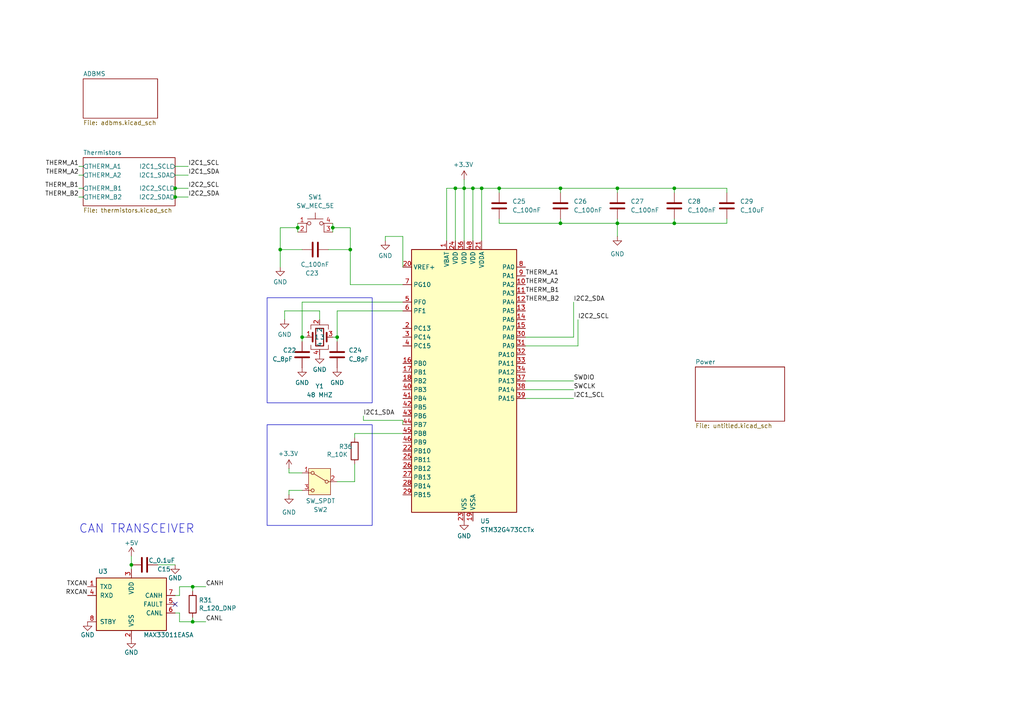
<source format=kicad_sch>
(kicad_sch (version 20250114) (generator "eeschema") (generator_version "9.0")
  (paper "A4")
  (lib_symbols
    (symbol "GND_1" (power) (pin_numbers (hide yes)) (pin_names (offset 0) (hide yes))
      (property "Value" "GND" (at 0 -3.81 0))
      (symbol "GND_1_0_1"
        (polyline (pts (xy 0 0) (xy 0 -1.27) (xy 1.27 -1.27) (xy 0 -2.54) (xy -1.27 -1.27) (xy 0 -1.27)))
      )
      (symbol "GND_1_1_1"
        (pin power_in line (at 0 0 270) (length 0) (name "~") (number "1"))
      )
    )
    (symbol "GND_2" (power) (pin_numbers (hide yes)) (pin_names (offset 0) (hide yes))
      (property "Value" "GND" (at 0 -3.81 0))
      (symbol "GND_2_0_1"
        (polyline (pts (xy 0 0) (xy 0 -1.27) (xy 1.27 -1.27) (xy 0 -2.54) (xy -1.27 -1.27) (xy 0 -1.27)))
      )
      (symbol "GND_2_1_1"
        (pin power_in line (at 0 0 270) (length 0) (name "~") (number "1"))
      )
    )
    (symbol "GND_3" (power) (pin_numbers (hide yes)) (pin_names (offset 0) (hide yes))
      (property "Value" "GND" (at 0 -3.81 0))
      (symbol "GND_3_0_1"
        (polyline (pts (xy 0 0) (xy 0 -1.27) (xy 1.27 -1.27) (xy 0 -2.54) (xy -1.27 -1.27) (xy 0 -1.27)))
      )
      (symbol "GND_3_1_1"
        (pin power_in line (at 0 0 270) (length 0) (name "~") (number "1"))
      )
    )
    (symbol "GND_4" (power) (pin_numbers (hide yes)) (pin_names (offset 0) (hide yes))
      (property "Value" "GND" (at 0 -3.81 0))
      (symbol "GND_4_0_1"
        (polyline (pts (xy 0 0) (xy 0 -1.27) (xy 1.27 -1.27) (xy 0 -2.54) (xy -1.27 -1.27) (xy 0 -1.27)))
      )
      (symbol "GND_4_1_1"
        (pin power_in line (at 0 0 270) (length 0) (name "~") (number "1"))
      )
    )
    (symbol "GND_5" (power) (pin_numbers (hide yes)) (pin_names (offset 0) (hide yes))
      (property "Value" "GND" (at 0 -3.81 0))
      (symbol "GND_5_0_1"
        (polyline (pts (xy 0 0) (xy 0 -1.27) (xy 1.27 -1.27) (xy 0 -2.54) (xy -1.27 -1.27) (xy 0 -1.27)))
      )
      (symbol "GND_5_1_1"
        (pin power_in line (at 0 0 270) (length 0) (name "~") (number "1"))
      )
    )
    (symbol "GND_6" (power) (pin_numbers (hide yes)) (pin_names (offset 0) (hide yes))
      (property "Value" "GND" (at 0 -3.81 0))
      (symbol "GND_6_0_1"
        (polyline (pts (xy 0 0) (xy 0 -1.27) (xy 1.27 -1.27) (xy 0 -2.54) (xy -1.27 -1.27) (xy 0 -1.27)))
      )
      (symbol "GND_6_1_1"
        (pin power_in line (at 0 0 270) (length 0) (name "~") (number "1"))
      )
    )
    (symbol "GND_7" (power) (pin_numbers (hide yes)) (pin_names (offset 0) (hide yes))
      (property "Value" "GND" (at 0 -3.81 0))
      (symbol "GND_7_0_1"
        (polyline (pts (xy 0 0) (xy 0 -1.27) (xy 1.27 -1.27) (xy 0 -2.54) (xy -1.27 -1.27) (xy 0 -1.27)))
      )
      (symbol "GND_7_1_1"
        (pin power_in line (at 0 0 270) (length 0) (name "~") (number "1"))
      )
    )
    (symbol "GND_8" (power) (pin_numbers (hide yes)) (pin_names (offset 0) (hide yes))
      (property "Value" "GND" (at 0 -3.81 0))
      (symbol "GND_8_0_1"
        (polyline (pts (xy 0 0) (xy 0 -1.27) (xy 1.27 -1.27) (xy 0 -2.54) (xy -1.27 -1.27) (xy 0 -1.27)))
      )
      (symbol "GND_8_1_1"
        (pin power_in line (at 0 0 270) (length 0) (name "~") (number "1"))
      )
    )
    (symbol "GND_9" (power) (pin_numbers (hide yes)) (pin_names (offset 0) (hide yes))
      (property "Value" "GND" (at 0 -3.81 0))
      (symbol "GND_9_0_1"
        (polyline (pts (xy 0 0) (xy 0 -1.27) (xy 1.27 -1.27) (xy 0 -2.54) (xy -1.27 -1.27) (xy 0 -1.27)))
      )
      (symbol "GND_9_1_1"
        (pin power_in line (at 0 0 270) (length 0) (name "~") (number "1"))
      )
    )
    (symbol "MCU_ST_STM32G4:STM32G473CCTx"
      (property "Reference" "U" (at -15.24 39.37 0))
      (property "Value" "STM32G473CCTx" (at 7.62 39.37 0))
      (symbol "STM32G473CCTx_0_1"
        (rectangle (start -15.24 -38.1) (end 15.24 38.1) (stroke (width 0.254)) (fill (type background)))
      )
      (symbol "STM32G473CCTx_1_1"
        (pin input line (at -17.78 33.02 0) (length 2.54) (name "VREF+") (number "20"))
        (pin bidirectional line (at -17.78 27.94 0) (length 2.54) (name "PG10") (number "7"))
        (pin bidirectional line (at -17.78 22.86 0) (length 2.54) (name "PF0") (number "5"))
        (pin bidirectional line (at -17.78 20.32 0) (length 2.54) (name "PF1") (number "6"))
        (pin bidirectional line (at -17.78 15.24 0) (length 2.54) (name "PC13") (number "2"))
        (pin bidirectional line (at -17.78 12.7 0) (length 2.54) (name "PC14") (number "3"))
        (pin bidirectional line (at -17.78 10.16 0) (length 2.54) (name "PC15") (number "4"))
        (pin bidirectional line (at -17.78 5.08 0) (length 2.54) (name "PB0") (number "16"))
        (pin bidirectional line (at -17.78 2.54 0) (length 2.54) (name "PB1") (number "17"))
        (pin bidirectional line (at -17.78 0 0) (length 2.54) (name "PB2") (number "18"))
        (pin bidirectional line (at -17.78 -2.54 0) (length 2.54) (name "PB3") (number "40"))
        (pin bidirectional line (at -17.78 -5.08 0) (length 2.54) (name "PB4") (number "41"))
        (pin bidirectional line (at -17.78 -7.62 0) (length 2.54) (name "PB5") (number "42"))
        (pin bidirectional line (at -17.78 -10.16 0) (length 2.54) (name "PB6") (number "43"))
        (pin bidirectional line (at -17.78 -12.7 0) (length 2.54) (name "PB7") (number "44"))
        (pin bidirectional line (at -17.78 -15.24 0) (length 2.54) (name "PB8") (number "45"))
        (pin bidirectional line (at -17.78 -17.78 0) (length 2.54) (name "PB9") (number "46"))
        (pin bidirectional line (at -17.78 -20.32 0) (length 2.54) (name "PB10") (number "22"))
        (pin bidirectional line (at -17.78 -22.86 0) (length 2.54) (name "PB11") (number "25"))
        (pin bidirectional line (at -17.78 -25.4 0) (length 2.54) (name "PB12") (number "26"))
        (pin bidirectional line (at -17.78 -27.94 0) (length 2.54) (name "PB13") (number "27"))
        (pin bidirectional line (at -17.78 -30.48 0) (length 2.54) (name "PB14") (number "28"))
        (pin bidirectional line (at -17.78 -33.02 0) (length 2.54) (name "PB15") (number "29"))
        (pin power_in line (at -5.08 40.64 270) (length 2.54) (name "VBAT") (number "1"))
        (pin power_in line (at -2.54 40.64 270) (length 2.54) (name "VDD") (number "24"))
        (pin power_in line (at 0 40.64 270) (length 2.54) (name "VDD") (number "36"))
        (pin power_in line (at 0 -40.64 90) (length 2.54) (name "VSS") (number "23"))
        (pin passive line (at 0 -40.64 90) (length 2.54) (hide yes) (name "VSS") (number "35"))
        (pin passive line (at 0 -40.64 90) (length 2.54) (hide yes) (name "VSS") (number "47"))
        (pin power_in line (at 2.54 40.64 270) (length 2.54) (name "VDD") (number "48"))
        (pin power_in line (at 2.54 -40.64 90) (length 2.54) (name "VSSA") (number "19"))
        (pin power_in line (at 5.08 40.64 270) (length 2.54) (name "VDDA") (number "21"))
        (pin bidirectional line (at 17.78 33.02 180) (length 2.54) (name "PA0") (number "8"))
        (pin bidirectional line (at 17.78 30.48 180) (length 2.54) (name "PA1") (number "9"))
        (pin bidirectional line (at 17.78 27.94 180) (length 2.54) (name "PA2") (number "10"))
        (pin bidirectional line (at 17.78 25.4 180) (length 2.54) (name "PA3") (number "11"))
        (pin bidirectional line (at 17.78 22.86 180) (length 2.54) (name "PA4") (number "12"))
        (pin bidirectional line (at 17.78 20.32 180) (length 2.54) (name "PA5") (number "13"))
        (pin bidirectional line (at 17.78 17.78 180) (length 2.54) (name "PA6") (number "14"))
        (pin bidirectional line (at 17.78 15.24 180) (length 2.54) (name "PA7") (number "15"))
        (pin bidirectional line (at 17.78 12.7 180) (length 2.54) (name "PA8") (number "30"))
        (pin bidirectional line (at 17.78 10.16 180) (length 2.54) (name "PA9") (number "31"))
        (pin bidirectional line (at 17.78 7.62 180) (length 2.54) (name "PA10") (number "32"))
        (pin bidirectional line (at 17.78 5.08 180) (length 2.54) (name "PA11") (number "33"))
        (pin bidirectional line (at 17.78 2.54 180) (length 2.54) (name "PA12") (number "34"))
        (pin bidirectional line (at 17.78 0 180) (length 2.54) (name "PA13") (number "37"))
        (pin bidirectional line (at 17.78 -2.54 180) (length 2.54) (name "PA14") (number "38"))
        (pin bidirectional line (at 17.78 -5.08 180) (length 2.54) (name "PA15") (number "39"))
      )
    )
    (symbol "OEM:0u1F" (pin_numbers (hide yes)) (pin_names (offset 0.254))
      (property "Reference" "C" (at 0.635 2.54 0))
      (property "Value" "0u1F" (at 0.635 -2.54 0))
      (symbol "0u1F_0_1"
        (polyline (pts (xy -2.032 0.762) (xy 2.032 0.762)) (stroke (width 0.508)))
        (polyline (pts (xy -2.032 -0.762) (xy 2.032 -0.762)) (stroke (width 0.508)))
      )
      (symbol "0u1F_1_1"
        (pin passive line (at 0 3.81 270) (length 2.794) (name "~") (number "1"))
        (pin passive line (at 0 -3.81 90) (length 2.794) (name "~") (number "2"))
      )
    )
    (symbol "OEM:120R_DNP" (pin_numbers (hide yes)) (pin_names (offset 0))
      (property "Reference" "R" (at 2.032 0 90))
      (property "Value" "120R_DNP" (at 0 0 90))
      (symbol "120R_DNP_0_1"
        (rectangle (start -1.016 -2.54) (end 1.016 2.54) (stroke (width 0.254)))
      )
      (symbol "120R_DNP_1_1"
        (pin passive line (at 0 3.81 270) (length 1.27) (name "~") (number "1"))
        (pin passive line (at 0 -3.81 90) (length 1.27) (name "~") (number "2"))
      )
    )
    (symbol "OEM:MAX33011EASA" (pin_names (offset 1.016))
      (property "Reference" "U" (at -10.16 8.89 0))
      (property "Value" "MAX33011EASA" (at 2.54 8.89 0))
      (symbol "MAX33011EASA_0_1"
        (rectangle (start -10.16 7.62) (end 10.16 -7.62) (stroke (width 0.254)) (fill (type background)))
      )
      (symbol "MAX33011EASA_1_1"
        (pin input line (at -12.7 5.08 0) (length 2.54) (name "TXD") (number "1"))
        (pin output line (at -12.7 2.54 0) (length 2.54) (name "RXD") (number "4"))
        (pin input line (at -12.7 -5.08 0) (length 2.54) (name "STBY") (number "8"))
        (pin power_in line (at 0 10.16 270) (length 2.54) (name "VDD") (number "3"))
        (pin power_in line (at 0 -10.16 90) (length 2.54) (name "VSS") (number "2"))
        (pin bidirectional line (at 12.7 2.54 180) (length 2.54) (name "CANH") (number "7"))
        (pin passive line (at 12.7 0 180) (length 2.54) (name "FAULT") (number "5"))
        (pin bidirectional line (at 12.7 -2.54 180) (length 2.54) (name "CANL") (number "6"))
      )
    )
    (symbol "Switch:SW_MEC_5E" (pin_names (offset 1.016) (hide yes))
      (property "Reference" "SW" (at 0.635 5.715 0))
      (property "Value" "SW_MEC_5E" (at 0 -3.175 0))
      (symbol "SW_MEC_5E_0_1"
        (polyline (pts (xy -2.54 0) (xy -2.54 2.54) (xy -2.286 2.54)))
        (polyline (pts (xy -2.286 3.81) (xy 2.286 3.81)))
        (circle (center -1.778 2.54) (radius 0.508))
        (polyline (pts (xy 0 3.81) (xy 0 5.588)))
        (circle (center 1.778 2.54) (radius 0.508))
        (polyline (pts (xy 2.54 0) (xy 2.54 2.54) (xy 2.286 2.54)))
        (pin passive line (at -5.08 2.54 0) (length 2.54) (name "1") (number "1"))
        (pin passive line (at -5.08 0 0) (length 2.54) (name "2") (number "2"))
        (pin passive line (at 5.08 2.54 180) (length 2.54) (name "A") (number "4"))
        (pin passive line (at 5.08 0 180) (length 2.54) (name "K") (number "3"))
      )
    )
    (symbol "Switch:SW_SPDT" (pin_names (offset 0) (hide yes))
      (property "Reference" "SW" (at 0 5.08 0))
      (property "Value" "SW_SPDT" (at 0 -5.08 0))
      (symbol "SW_SPDT_0_1"
        (circle (center -2.032 0) (radius 0.4572))
        (polyline (pts (xy -1.651 0.254) (xy 1.651 2.286)))
        (circle (center 2.032 2.54) (radius 0.4572))
        (circle (center 2.032 -2.54) (radius 0.4572))
      )
      (symbol "SW_SPDT_1_1"
        (rectangle (start -3.175 3.81) (end 3.175 -3.81) (fill (type background)))
        (pin passive line (at -5.08 0 0) (length 2.54) (name "B") (number "2"))
        (pin passive line (at 5.08 2.54 180) (length 2.54) (name "A") (number "1"))
        (pin passive line (at 5.08 -2.54 180) (length 2.54) (name "C") (number "3"))
      )
    )
    (symbol "formula:C_100nF" (pin_numbers (hide yes)) (pin_names (offset 0.254))
      (property "Reference" "C" (at 0.635 2.54 0))
      (property "Value" "C_100nF" (at 0.635 -2.54 0))
      (symbol "C_100nF_0_1"
        (polyline (pts (xy -2.032 0.762) (xy 2.032 0.762)) (stroke (width 0.508)))
        (polyline (pts (xy -2.032 -0.762) (xy 2.032 -0.762)) (stroke (width 0.508)))
      )
      (symbol "C_100nF_1_1"
        (pin passive line (at 0 3.81 270) (length 2.794) (name "~") (number "1"))
        (pin passive line (at 0 -3.81 90) (length 2.794) (name "~") (number "2"))
      )
    )
    (symbol "formula:C_10uF" (pin_numbers (hide yes)) (pin_names (offset 0.254))
      (property "Reference" "C" (at 0.635 3.81 0))
      (property "Value" "C_10uF" (at 0.635 -1.27 0))
      (symbol "C_10uF_0_1"
        (polyline (pts (xy -2.032 2.032) (xy 2.032 2.032)) (stroke (width 0.508)))
        (polyline (pts (xy -2.032 0.508) (xy 2.032 0.508)) (stroke (width 0.508)))
      )
      (symbol "C_10uF_1_1"
        (pin passive line (at 0 5.08 270) (length 2.794) (name "~") (number "1"))
        (pin passive line (at 0 -2.54 90) (length 2.794) (name "~") (number "2"))
      )
    )
    (symbol "formula:Crystal_48MHz_8pF" (pin_names (offset 1.016))
      (property "Reference" "Y" (at -12.7254 7.62 0))
      (property "Value" "48 MHZ" (at -11.43 -8.89 0))
      (symbol "Crystal_48MHz_8pF_0_1"
        (polyline (pts (xy -2.54 2.286) (xy -2.54 3.556) (xy 2.54 3.556) (xy 2.54 2.286)))
        (polyline (pts (xy -2.54 0) (xy -2.032 0)))
        (polyline (pts (xy -2.54 -2.286) (xy -2.54 -3.556) (xy 2.54 -3.556) (xy 2.54 -2.286)))
        (polyline (pts (xy -2.032 -1.27) (xy -2.032 1.27)) (stroke (width 0.508)))
        (rectangle (start -1.143 2.54) (end 1.143 -2.54) (stroke (width 0.3048)))
        (polyline (pts (xy 0 3.556) (xy 0 3.81)))
        (polyline (pts (xy 0 -3.81) (xy 0 -3.556)))
        (polyline (pts (xy 2.032 0) (xy 2.54 0)))
        (polyline (pts (xy 2.032 -1.27) (xy 2.032 1.27)) (stroke (width 0.508)))
      )
      (symbol "Crystal_48MHz_8pF_1_1"
        (pin bidirectional line (at -3.81 0 0) (length 1.27) (name "1") (number "1"))
        (pin power_in line (at 0 5.08 270) (length 1.27) (name "2") (number "2"))
        (pin power_in line (at 0 -5.08 90) (length 1.27) (name "4") (number "4"))
        (pin bidirectional line (at 3.81 0 180) (length 1.27) (name "3") (number "3"))
      )
    )
    (symbol "formula:R_10K" (pin_numbers (hide yes)) (pin_names (offset 0))
      (property "Reference" "R" (at 2.032 0 90))
      (property "Value" "R_10K" (at -2.54 0 90))
      (symbol "R_10K_0_1"
        (rectangle (start -1.016 -2.54) (end 1.016 2.54) (stroke (width 0.254)))
      )
      (symbol "R_10K_1_1"
        (pin passive line (at 0 3.81 270) (length 1.27) (name "~") (number "1"))
        (pin passive line (at 0 -3.81 90) (length 1.27) (name "~") (number "2"))
      )
    )
    (symbol "power:+3.3V" (power) (pin_numbers (hide yes)) (pin_names (offset 0) (hide yes))
      (property "Value" "+3.3V" (at 0 3.556 0))
      (symbol "+3.3V_0_1"
        (polyline (pts (xy -0.762 1.27) (xy 0 2.54)))
        (polyline (pts (xy 0 2.54) (xy 0.762 1.27)))
        (polyline (pts (xy 0 0) (xy 0 2.54)))
      )
      (symbol "+3.3V_1_1"
        (pin power_in line (at 0 0 90) (length 0) (name "~") (number "1"))
      )
    )
    (symbol "power:+5V" (power) (pin_names (offset 0))
      (property "Value" "+5V" (at 0 3.556 0))
      (symbol "+5V_0_1"
        (polyline (pts (xy -0.762 1.27) (xy 0 2.54)))
        (polyline (pts (xy 0 2.54) (xy 0.762 1.27)))
        (polyline (pts (xy 0 0) (xy 0 2.54)))
      )
      (symbol "+5V_1_1"
        (pin power_in line (at 0 0 90) (length 0) (hide yes) (name "+5V") (number "1"))
      )
    )
    (symbol "power:GND" (power) (pin_names (offset 0))
      (property "Value" "GND" (at 0 -3.81 0))
      (symbol "GND_0_1"
        (polyline (pts (xy 0 0) (xy 0 -1.27) (xy 1.27 -1.27) (xy 0 -2.54) (xy -1.27 -1.27) (xy 0 -1.27)))
      )
      (symbol "GND_1_1"
        (pin power_in line (at 0 0 270) (length 0) (hide yes) (name "GND") (number "1"))
      )
    )
  )
  (rectangle (start 77.47 86.36) (end 107.95 116.84))
  (rectangle (start 77.47 123.19) (end 107.95 152.4))
  (text "CAN TRANSCEIVER" (at 22.86 154.94 0) (effects (font (size 2.4892 2.4892)) (justify left bottom)))
  (junction (at 195.58 64.77))
  (junction (at 86.36 66.04))
  (junction (at 179.07 64.77))
  (junction (at 55.88 180.34))
  (junction (at 134.62 54.61))
  (junction (at 55.88 170.18))
  (junction (at 139.7 54.61))
  (junction (at 101.6 72.39))
  (junction (at 50.8 54.61))
  (junction (at 81.28 72.39))
  (junction (at 96.52 66.04))
  (junction (at 144.78 54.61))
  (junction (at 50.8 57.15))
  (junction (at 162.56 54.61))
  (junction (at 38.1 163.83))
  (junction (at 87.63 97.79))
  (junction (at 179.07 54.61))
  (junction (at 97.79 97.79))
  (junction (at 137.16 54.61))
  (junction (at 132.08 54.61))
  (junction (at 195.58 54.61))
  (junction (at 162.56 64.77))
  (no_connect (at 50.8 175.26))
  (wire (pts (xy 111.76 68.58) (xy 116.84 68.58)))
  (wire (pts (xy 144.78 64.77) (xy 162.56 64.77)))
  (wire (pts (xy 55.88 180.34) (xy 59.69 180.34)))
  (wire (pts (xy 162.56 54.61) (xy 162.56 55.88)))
  (wire (pts (xy 134.62 54.61) (xy 134.62 69.85)))
  (wire (pts (xy 87.63 137.16) (xy 83.82 137.16)))
  (wire (pts (xy 55.88 170.18) (xy 59.69 170.18)))
  (wire (pts (xy 210.82 54.61) (xy 210.82 55.88)))
  (wire (pts (xy 144.78 64.77) (xy 144.78 63.5)))
  (wire (pts (xy 152.4 110.49) (xy 166.37 110.49)))
  (wire (pts (xy 22.86 48.26) (xy 24.13 48.26)))
  (wire (pts (xy 152.4 97.79) (xy 166.37 97.79)))
  (wire (pts (xy 87.63 142.24) (xy 83.82 142.24)))
  (wire (pts (xy 87.63 97.79) (xy 88.9 97.79)))
  (wire (pts (xy 152.4 100.33) (xy 167.64 100.33)))
  (wire (pts (xy 105.41 121.92) (xy 105.41 120.65)))
  (wire (pts (xy 52.07 180.34) (xy 55.88 180.34)))
  (wire (pts (xy 195.58 54.61) (xy 195.58 55.88)))
  (wire (pts (xy 144.78 54.61) (xy 162.56 54.61)))
  (wire (pts (xy 195.58 54.61) (xy 210.82 54.61)))
  (wire (pts (xy 82.55 90.17) (xy 92.71 90.17)))
  (wire (pts (xy 38.1 163.83) (xy 38.1 165.1)))
  (wire (pts (xy 101.6 72.39) (xy 101.6 82.55)))
  (wire (pts (xy 95.25 72.39) (xy 101.6 72.39)))
  (wire (pts (xy 55.88 170.18) (xy 55.88 171.45)))
  (wire (pts (xy 97.79 90.17) (xy 116.84 90.17)))
  (wire (pts (xy 22.86 57.15) (xy 24.13 57.15)))
  (wire (pts (xy 132.08 54.61) (xy 134.62 54.61)))
  (wire (pts (xy 195.58 64.77) (xy 210.82 64.77)))
  (wire (pts (xy 162.56 64.77) (xy 179.07 64.77)))
  (wire (pts (xy 129.54 54.61) (xy 132.08 54.61)))
  (wire (pts (xy 45.72 163.83) (xy 50.8 163.83)))
  (wire (pts (xy 81.28 66.04) (xy 81.28 72.39)))
  (wire (pts (xy 83.82 135.89) (xy 83.82 137.16)))
  (wire (pts (xy 139.7 54.61) (xy 144.78 54.61)))
  (wire (pts (xy 134.62 52.07) (xy 134.62 54.61)))
  (wire (pts (xy 152.4 115.57) (xy 166.37 115.57)))
  (wire (pts (xy 102.87 127) (xy 102.87 125.73)))
  (wire (pts (xy 52.07 180.34) (xy 52.07 177.8)))
  (wire (pts (xy 162.56 64.77) (xy 162.56 63.5)))
  (wire (pts (xy 50.8 48.26) (xy 54.61 48.26)))
  (wire (pts (xy 139.7 54.61) (xy 137.16 54.61)))
  (wire (pts (xy 38.1 161.29) (xy 38.1 163.83)))
  (wire (pts (xy 96.52 66.04) (xy 96.52 67.31)))
  (wire (pts (xy 52.07 170.18) (xy 55.88 170.18)))
  (wire (pts (xy 96.52 97.79) (xy 97.79 97.79)))
  (wire (pts (xy 152.4 113.03) (xy 166.37 113.03)))
  (wire (pts (xy 116.84 121.92) (xy 116.84 123.19)))
  (wire (pts (xy 92.71 92.71) (xy 92.71 90.17)))
  (wire (pts (xy 134.62 54.61) (xy 137.16 54.61)))
  (wire (pts (xy 102.87 139.7) (xy 97.79 139.7)))
  (wire (pts (xy 50.8 54.61) (xy 54.61 54.61)))
  (wire (pts (xy 102.87 134.62) (xy 102.87 139.7)))
  (wire (pts (xy 144.78 54.61) (xy 144.78 55.88)))
  (wire (pts (xy 179.07 54.61) (xy 179.07 55.88)))
  (wire (pts (xy 86.36 66.04) (xy 86.36 64.77)))
  (wire (pts (xy 52.07 170.18) (xy 52.07 172.72)))
  (wire (pts (xy 139.7 54.61) (xy 139.7 69.85)))
  (wire (pts (xy 167.64 92.71) (xy 167.64 100.33)))
  (wire (pts (xy 86.36 66.04) (xy 81.28 66.04)))
  (wire (pts (xy 52.07 172.72) (xy 50.8 172.72)))
  (wire (pts (xy 101.6 82.55) (xy 116.84 82.55)))
  (wire (pts (xy 166.37 87.63) (xy 166.37 97.79)))
  (wire (pts (xy 50.8 54.61) (xy 50.8 57.15)))
  (wire (pts (xy 116.84 121.92) (xy 105.41 121.92)))
  (wire (pts (xy 87.63 87.63) (xy 87.63 97.79)))
  (wire (pts (xy 210.82 64.77) (xy 210.82 63.5)))
  (wire (pts (xy 87.63 97.79) (xy 87.63 99.06)))
  (wire (pts (xy 50.8 50.8) (xy 54.61 50.8)))
  (wire (pts (xy 97.79 97.79) (xy 97.79 90.17)))
  (wire (pts (xy 116.84 68.58) (xy 116.84 77.47)))
  (wire (pts (xy 52.07 177.8) (xy 50.8 177.8)))
  (wire (pts (xy 132.08 54.61) (xy 132.08 69.85)))
  (wire (pts (xy 55.88 180.34) (xy 55.88 179.07)))
  (wire (pts (xy 179.07 54.61) (xy 195.58 54.61)))
  (wire (pts (xy 101.6 66.04) (xy 101.6 72.39)))
  (wire (pts (xy 81.28 72.39) (xy 81.28 77.47)))
  (wire (pts (xy 179.07 64.77) (xy 179.07 68.58)))
  (wire (pts (xy 22.86 54.61) (xy 24.13 54.61)))
  (wire (pts (xy 50.8 57.15) (xy 54.61 57.15)))
  (wire (pts (xy 96.52 66.04) (xy 101.6 66.04)))
  (wire (pts (xy 129.54 54.61) (xy 129.54 69.85)))
  (wire (pts (xy 82.55 90.17) (xy 82.55 92.71)))
  (wire (pts (xy 162.56 54.61) (xy 179.07 54.61)))
  (wire (pts (xy 86.36 66.04) (xy 86.36 67.31)))
  (wire (pts (xy 22.86 50.8) (xy 24.13 50.8)))
  (wire (pts (xy 83.82 142.24) (xy 83.82 143.51)))
  (wire (pts (xy 179.07 64.77) (xy 195.58 64.77)))
  (wire (pts (xy 179.07 64.77) (xy 179.07 63.5)))
  (wire (pts (xy 195.58 64.77) (xy 195.58 63.5)))
  (wire (pts (xy 97.79 99.06) (xy 97.79 97.79)))
  (wire (pts (xy 87.63 87.63) (xy 116.84 87.63)))
  (wire (pts (xy 81.28 72.39) (xy 87.63 72.39)))
  (wire (pts (xy 102.87 125.73) (xy 116.84 125.73)))
  (wire (pts (xy 96.52 64.77) (xy 96.52 66.04)))
  (wire (pts (xy 137.16 54.61) (xy 137.16 69.85)))
  (wire (pts (xy 111.76 68.58) (xy 111.76 69.85)))
  (label "THERM_B2" (at 152.4 87.63 0))
  (label "THERM_B2" (at 22.86 57.15 180))
  (label "THERM_A1" (at 22.86 48.26 180))
  (label "I2C1_SDA" (at 54.61 50.8 0))
  (label "SWDIO" (at 166.37 110.49 0))
  (label "THERM_A1" (at 152.4 80.01 0))
  (label "SWCLK" (at 166.37 113.03 0))
  (label "I2C1_SDA" (at 105.41 120.65 0))
  (label "THERM_B1" (at 152.4 85.09 0))
  (label "I2C1_SCL" (at 166.37 115.57 0))
  (label "I2C1_SCL" (at 54.61 48.26 0))
  (label "I2C2_SCL" (at 167.64 92.71 0))
  (label "THERM_A2" (at 22.86 50.8 180))
  (label "TXCAN" (at 25.4 170.18 180))
  (label "THERM_B1" (at 22.86 54.61 180))
  (label "I2C2_SDA" (at 166.37 87.63 0))
  (label "CANL" (at 59.69 180.34 0))
  (label "THERM_A2" (at 152.4 82.55 0))
  (label "I2C2_SCL" (at 54.61 54.61 0))
  (label "I2C2_SDA" (at 54.61 57.15 0))
  (label "CANH" (at 59.69 170.18 0))
  (label "RXCAN" (at 25.4 172.72 180))
  (symbol (lib_id "power:GND") (at 50.8 163.83 0) (unit 1)
    (property "Reference" "#PWR05" (effects (hide yes)))
    (property "Value" "GND" (at 50.8 167.64 0))
  )
  (symbol (lib_id "power:GND") (at 25.4 180.34 0) (unit 1)
    (property "Reference" "#PWR02" (effects (hide yes)))
    (property "Value" "GND" (at 25.4 184.15 0))
  )
  (symbol (lib_id "power:+3.3V") (at 83.82 135.89 0) (unit 1)
    (property "Reference" "#PWR0101" (effects (hide yes)))
    (property "Value" "+3.3V" (at 83.566 131.572 0))
    (property "Description" "Power symbol creates a global label with name \"+3.3V\"" (effects (hide yes)))
  )
  (symbol (lib_id "power:+3.3V") (at 134.62 52.07 0) (unit 1)
    (property "Reference" "#PWR0103" (effects (hide yes)))
    (property "Value" "+3.3V" (at 134.366 47.752 0))
    (property "Description" "Power symbol creates a global label with name \"+3.3V\"" (effects (hide yes)))
  )
  (symbol (lib_id "formula:Crystal_48MHz_8pF") (at 92.71 97.79 0) (unit 1)
    (property "Reference" "Y1" (at 92.71 112.014 0))
    (property "Value" "48 MHZ" (at 92.71 114.554 0))
    (property "Footprint" "footprints:SMD_72002_TXC" (effects (hide yes)))
    (property "Datasheet" "https://www.digikey.com/en/products/detail/txc-corporation/7M48072002/4918837" (effects (hide yes)))
    (property "Description" "48 MHz ±10ppm Crystal 8pF 50 Ohms 4-SMD, No Lead" (effects (hide yes)))
    (property "MPN" "7M48072002" (effects (hide yes)))
    (property "MP" "ECS-80-12-33-JGN-TR" (effects (hide yes)))
    (property "PACKAGE" "SMD-4 ECX" (effects (hide yes)))
    (property "AVAILABILITY" "Good" (effects (hide yes)))
    (property "STANDARD" "Manufacturer recommendations" (effects (hide yes)))
    (property "MF" "ECS INC" (effects (hide yes)))
  )
  (symbol (lib_id "OEM:120R_DNP") (at 55.88 175.26 0) (unit 1)
    (property "Reference" "R31" (at 57.658 174.0916 0) (effects (justify left)))
    (property "Value" "R_120_DNP" (at 57.658 176.403 0) (effects (justify left)))
    (property "Footprint" "OEM:R_0603_1608Metric" (effects (hide yes)))
    (property "Datasheet" "https://www.mouser.com/datasheet/2/315/AOA0000C304-1149620.pdf" (effects (hide yes)))
    (property "MFN" "DK" (effects (hide yes)))
    (property "MPN" "667-ERJ-6ENF1200V" (effects (hide yes)))
    (property "DKPN" "13-RC0603FR-13120RLDKR-ND" (effects (hide yes)))
    (property "Package" "0603" (effects (hide yes)))
    (property "NewDesigns" "YES" (effects (hide yes)))
    (property "Stocked" "Digi-Reel" (effects (hide yes)))
    (property "Style" "SMD" (effects (hide yes)))
  )
  (symbol (lib_id "formula:C_100nF") (at 144.78 59.69 0) (unit 1)
    (property "Reference" "C25" (at 148.59 58.4199 0) (effects (justify left)))
    (property "Value" "C_100nF" (at 148.59 60.9599 0) (effects (justify left)))
    (property "Footprint" "OEM:C_0603_1608Metric" (effects (hide yes)))
    (property "Datasheet" "http://www.samsungsem.com/kr/support/product-search/mlcc/CL10A475KQ8NNNC.jsp" (effects (hide yes)))
    (property "Description" "Capacitor, 100nF, 25V, 10%, 0603" (effects (hide yes)))
    (property "MFN" "DK" (effects (hide yes)))
    (property "MPN" "1276-6717-1-ND" (effects (hide yes)))
    (property "PurchasingLink" "https://www.digikey.com/product-detail/en/samsung-electro-mechanics/CL10B104KA8WPNC/1276-6717-1-ND/5961576" (effects (hide yes)))
  )
  (symbol (lib_id "MCU_ST_STM32G4:STM32G473CCTx") (at 134.62 110.49 0) (unit 1)
    (property "Reference" "U5" (at 139.3033 151.13 0) (effects (justify left)))
    (property "Value" "STM32G473CCTx" (at 139.3033 153.67 0) (effects (justify left)))
    (property "Footprint" "Package_QFP:LQFP-48_7x7mm_P0.5mm" (effects (hide yes)))
    (property "Datasheet" "https://www.st.com/resource/en/datasheet/stm32g473cc.pdf" (effects (hide yes)))
    (property "Description" "STMicroelectronics Arm Cortex-M4 MCU, 256KB flash, 128KB RAM, 170 MHz, 1.71-3.6V, 38 GPIO, LQFP48" (effects (hide yes)))
  )
  (symbol (lib_name "GND_8") (lib_id "power:GND") (at 82.55 92.71 0) (unit 1)
    (property "Reference" "#PWR0107" (effects (hide yes)))
    (property "Value" "GND" (at 82.55 97.028 0))
    (property "Description" "Power symbol creates a global label with name \"GND\" , ground" (effects (hide yes)))
  )
  (symbol (lib_name "GND_1") (lib_id "power:GND") (at 111.76 69.85 0) (unit 1)
    (property "Reference" "#PWR0106" (effects (hide yes)))
    (property "Value" "GND" (at 111.76 74.168 0))
    (property "Description" "Power symbol creates a global label with name \"GND\" , ground" (effects (hide yes)))
  )
  (symbol (lib_name "GND_2") (lib_id "power:GND") (at 81.28 77.47 0) (unit 1)
    (property "Reference" "#PWR0109" (effects (hide yes)))
    (property "Value" "GND" (at 81.28 81.788 0))
    (property "Description" "Power symbol creates a global label with name \"GND\" , ground" (effects (hide yes)))
  )
  (symbol (lib_id "power:+5V") (at 38.1 161.29 0) (unit 1)
    (property "Reference" "#PWR03" (effects (hide yes)))
    (property "Value" "+5V" (at 38.1 157.48 0))
  )
  (symbol (lib_id "power:GND") (at 38.1 185.42 0) (unit 1)
    (property "Reference" "#PWR04" (effects (hide yes)))
    (property "Value" "GND" (at 38.1 189.23 0))
  )
  (symbol (lib_id "formula:C_10uF") (at 210.82 60.96 0) (unit 1)
    (property "Reference" "C29" (at 214.63 58.4199 0) (effects (justify left)))
    (property "Value" "C_10uF" (at 214.63 60.9599 0) (effects (justify left)))
    (property "Footprint" "footprints:C_0805_OEM" (effects (hide yes)))
    (property "Datasheet" "http://www.samsungsem.com/kr/support/product-search/mlcc/__icsFiles/afieldfile/2018/06/20/CL21A106KPFNNNE.pdf" (effects (hide yes)))
    (property "Description" "Capacitor, 10uF, 10V, 10%, 0805" (effects (hide yes)))
    (property "MFN" "DK" (effects (hide yes)))
    (property "MPN" "1276-1052-1-ND" (effects (hide yes)))
    (property "PurchasingLink" "https://www.digikey.com/product-detail/en/samsung-electro-mechanics/CL21A106KPFNNNE/1276-1052-1-ND/3889138" (effects (hide yes)))
  )
  (symbol (lib_id "formula:C_100nF") (at 179.07 59.69 0) (unit 1)
    (property "Reference" "C27" (at 182.88 58.4199 0) (effects (justify left)))
    (property "Value" "C_100nF" (at 182.88 60.9599 0) (effects (justify left)))
    (property "Footprint" "OEM:C_0603_1608Metric" (effects (hide yes)))
    (property "Datasheet" "http://www.samsungsem.com/kr/support/product-search/mlcc/CL10A475KQ8NNNC.jsp" (effects (hide yes)))
    (property "Description" "Capacitor, 100nF, 25V, 10%, 0603" (effects (hide yes)))
    (property "MFN" "DK" (effects (hide yes)))
    (property "MPN" "1276-6717-1-ND" (effects (hide yes)))
    (property "PurchasingLink" "https://www.digikey.com/product-detail/en/samsung-electro-mechanics/CL10B104KA8WPNC/1276-6717-1-ND/5961576" (effects (hide yes)))
  )
  (symbol (lib_id "Switch:SW_SPDT") (at 92.71 139.7 0) (mirror y) (unit 1)
    (property "Reference" "SW2" (at 92.964 147.828 0))
    (property "Value" "SW_SPDT" (at 92.964 145.288 0))
    (property "Description" "Switch, single pole double throw" (effects (hide yes)))
  )
  (symbol (lib_id "formula:R_10K") (at 102.87 130.81 180) (unit 1)
    (property "Reference" "R36" (at 98.298 129.54 0) (effects (justify right)))
    (property "Value" "R_10K" (at 94.742 131.826 0) (effects (justify right)))
    (property "Footprint" "footprints:R_0805_OEM" (effects (hide yes)))
    (property "Datasheet" "http://www.bourns.com/data/global/pdfs/CRS.pdf" (effects (hide yes)))
    (property "Description" "Resistor, 10K, 0.25W, 1%, 0805" (effects (hide yes)))
    (property "MFN" "DK" (effects (hide yes)))
    (property "MPN" "CRS0805-FX-1002ELFCT-ND" (effects (hide yes)))
    (property "PurchasingLink" "https://www.digikey.com/products/en?keywords=CRS0805-FX-1002ELFCT-ND" (effects (hide yes)))
  )
  (symbol (lib_name "GND_3") (lib_id "power:GND") (at 179.07 68.58 0) (unit 1)
    (property "Reference" "#PWR0110" (effects (hide yes)))
    (property "Value" "GND" (at 179.07 73.66 0))
    (property "Description" "Power symbol creates a global label with name \"GND\" , ground" (effects (hide yes)))
  )
  (symbol (lib_name "GND_5") (lib_id "power:GND") (at 92.71 102.87 0) (unit 1)
    (property "Reference" "#PWR0105" (effects (hide yes)))
    (property "Value" "GND" (at 92.71 107.188 0))
    (property "Description" "Power symbol creates a global label with name \"GND\" , ground" (effects (hide yes)))
  )
  (symbol (lib_id "OEM:0u1F") (at 41.91 163.83 90) (unit 1)
    (property "Reference" "C15" (at 49.53 165.1 90) (effects (justify left)))
    (property "Value" "C_0.1uF" (at 50.8 162.56 90) (effects (justify left)))
    (property "Footprint" "OEM:C_0603_1608Metric" (effects (hide yes)))
    (property "Datasheet" "http://datasheets.avx.com/X7RDielectric.pdf" (effects (hide yes)))
    (property "MPN" "478-3352-1-ND" (effects (hide yes)))
    (property "MFN" "Digi-Key" (effects (hide yes)))
    (property "Package" "Value" (effects (hide yes)))
    (property "DKPN" "1276-1935-2-ND" (effects (hide yes)))
    (property "Stocked" "Reel" (effects (hide yes)))
    (property "NewDesigns" "YES" (effects (hide yes)))
    (property "Style" "SMD" (effects (hide yes)))
  )
  (symbol (lib_name "GND_6") (lib_id "power:GND") (at 97.79 106.68 0) (unit 1)
    (property "Reference" "#PWR0104" (effects (hide yes)))
    (property "Value" "GND" (at 97.79 110.998 0))
    (property "Description" "Power symbol creates a global label with name \"GND\" , ground" (effects (hide yes)))
  )
  (symbol (lib_id "formula:C_100nF") (at 97.79 102.87 0) (unit 1)
    (property "Reference" "C24" (at 101.092 101.6 0) (effects (justify left)))
    (property "Value" "C_8pF" (at 101.092 104.14 0) (effects (justify left)))
    (property "Footprint" "OEM:C_0603_1608Metric" (effects (hide yes)))
    (property "Datasheet" "http://www.samsungsem.com/kr/support/product-search/mlcc/CL10A475KQ8NNNC.jsp" (effects (hide yes)))
    (property "Description" "Capacitor, 100nF, 25V, 10%, 0603" (effects (hide yes)))
    (property "MFN" "DK" (effects (hide yes)))
    (property "MPN" "1276-6717-1-ND" (effects (hide yes)))
    (property "PurchasingLink" "https://www.digikey.com/product-detail/en/samsung-electro-mechanics/CL10B104KA8WPNC/1276-6717-1-ND/5961576" (effects (hide yes)))
  )
  (symbol (lib_id "formula:C_100nF") (at 91.44 72.39 90) (unit 1)
    (property "Reference" "C23" (at 92.456 79.248 90) (effects (justify left)))
    (property "Value" "C_100nF" (at 95.504 76.708 90) (effects (justify left)))
    (property "Footprint" "OEM:C_0603_1608Metric" (effects (hide yes)))
    (property "Datasheet" "http://www.samsungsem.com/kr/support/product-search/mlcc/CL10A475KQ8NNNC.jsp" (effects (hide yes)))
    (property "Description" "Capacitor, 100nF, 25V, 10%, 0603" (effects (hide yes)))
    (property "MFN" "DK" (effects (hide yes)))
    (property "MPN" "1276-6717-1-ND" (effects (hide yes)))
    (property "PurchasingLink" "https://www.digikey.com/product-detail/en/samsung-electro-mechanics/CL10B104KA8WPNC/1276-6717-1-ND/5961576" (effects (hide yes)))
  )
  (symbol (lib_name "GND_7") (lib_id "power:GND") (at 87.63 106.68 0) (unit 1)
    (property "Reference" "#PWR0108" (effects (hide yes)))
    (property "Value" "GND" (at 87.63 110.998 0))
    (property "Description" "Power symbol creates a global label with name \"GND\" , ground" (effects (hide yes)))
  )
  (symbol (lib_name "GND_4") (lib_id "power:GND") (at 134.62 151.13 0) (unit 1)
    (property "Reference" "#PWR0111" (effects (hide yes)))
    (property "Value" "GND" (at 134.62 155.448 0))
    (property "Description" "Power symbol creates a global label with name \"GND\" , ground" (effects (hide yes)))
  )
  (symbol (lib_id "formula:C_100nF") (at 87.63 102.87 0) (unit 1)
    (property "Reference" "C22" (at 82.042 101.6 0) (effects (justify left)))
    (property "Value" "C_8pF" (at 78.994 104.14 0) (effects (justify left)))
    (property "Footprint" "OEM:C_0603_1608Metric" (effects (hide yes)))
    (property "Datasheet" "http://www.samsungsem.com/kr/support/product-search/mlcc/CL10A475KQ8NNNC.jsp" (effects (hide yes)))
    (property "Description" "Capacitor, 100nF, 25V, 10%, 0603" (effects (hide yes)))
    (property "MFN" "DK" (effects (hide yes)))
    (property "MPN" "1276-6717-1-ND" (effects (hide yes)))
    (property "PurchasingLink" "https://www.digikey.com/product-detail/en/samsung-electro-mechanics/CL10B104KA8WPNC/1276-6717-1-ND/5961576" (effects (hide yes)))
  )
  (symbol (lib_id "Switch:SW_MEC_5E") (at 91.44 67.31 0) (unit 1)
    (property "Reference" "SW1" (at 91.44 57.15 0))
    (property "Value" "SW_MEC_5E" (at 91.44 59.69 0))
    (property "Datasheet" "http://www.apem.com/int/index.php?controller=attachment&id_attachment=1371" (effects (hide yes)))
    (property "Description" "MEC 5E single pole normally-open tactile switch" (effects (hide yes)))
  )
  (symbol (lib_id "OEM:MAX33011EASA") (at 38.1 175.26 0) (unit 1)
    (property "Reference" "U3" (at 29.845 165.735 0))
    (property "Value" "MAX33011EASA" (at 48.895 184.15 0))
    (property "Footprint" "OEM:SOIC-8_3.9x4.9mm_Pitch1.27mm_OEM" (effects (hide yes)))
    (property "MPN" "MCP2561-E/SN-ND" (effects (hide yes)))
    (property "MF" "Analog Devices (Maxim Integrated)" (effects (hide yes)))
    (property "DKPN" "175-MAX33011EASA+-ND" (effects (hide yes)))
    (property "NewDesigns" "YES" (effects (hide yes)))
    (property "Stocked" "Tape" (effects (hide yes)))
    (property "Package" "8-SOIC" (effects (hide yes)))
    (property "Style" "SMD" (effects (hide yes)))
    (property "AlternatePN" "MCP2561" (effects (hide yes)))
    (property "AlternatePN2" "TCAN1051HVD" (effects (hide yes)))
  )
  (symbol (lib_id "formula:C_100nF") (at 195.58 59.69 0) (unit 1)
    (property "Reference" "C28" (at 199.39 58.4199 0) (effects (justify left)))
    (property "Value" "C_100nF" (at 199.39 60.9599 0) (effects (justify left)))
    (property "Footprint" "OEM:C_0603_1608Metric" (effects (hide yes)))
    (property "Datasheet" "http://www.samsungsem.com/kr/support/product-search/mlcc/CL10A475KQ8NNNC.jsp" (effects (hide yes)))
    (property "Description" "Capacitor, 100nF, 25V, 10%, 0603" (effects (hide yes)))
    (property "MFN" "DK" (effects (hide yes)))
    (property "MPN" "1276-6717-1-ND" (effects (hide yes)))
    (property "PurchasingLink" "https://www.digikey.com/product-detail/en/samsung-electro-mechanics/CL10B104KA8WPNC/1276-6717-1-ND/5961576" (effects (hide yes)))
  )
  (symbol (lib_name "GND_9") (lib_id "power:GND") (at 83.82 143.51 0) (unit 1)
    (property "Reference" "#PWR0102" (effects (hide yes)))
    (property "Value" "GND" (at 83.82 148.59 0))
    (property "Description" "Power symbol creates a global label with name \"GND\" , ground" (effects (hide yes)))
  )
  (symbol (lib_id "formula:C_100nF") (at 162.56 59.69 0) (unit 1)
    (property "Reference" "C26" (at 166.37 58.4199 0) (effects (justify left)))
    (property "Value" "C_100nF" (at 166.37 60.9599 0) (effects (justify left)))
    (property "Footprint" "OEM:C_0603_1608Metric" (effects (hide yes)))
    (property "Datasheet" "http://www.samsungsem.com/kr/support/product-search/mlcc/CL10A475KQ8NNNC.jsp" (effects (hide yes)))
    (property "Description" "Capacitor, 100nF, 25V, 10%, 0603" (effects (hide yes)))
    (property "MFN" "DK" (effects (hide yes)))
    (property "MPN" "1276-6717-1-ND" (effects (hide yes)))
    (property "PurchasingLink" "https://www.digikey.com/product-detail/en/samsung-electro-mechanics/CL10B104KA8WPNC/1276-6717-1-ND/5961576" (effects (hide yes)))
  )
  (sheet (at 24.13 45.72) (size 26.67 13.97) (stroke (width 0.1524))
    (property "Sheetname" "Thermistors" (at 24.13 45.0084 0) (effects (justify left bottom)))
    (property "Sheetfile" "thermistors.kicad_sch" (at 24.13 60.2746 0) (effects (justify left top)))
    (pin "I2C1_SCL" output (at 50.8 48.26 0))
    (pin "I2C1_SDA" output (at 50.8 50.8 0))
    (pin "I2C2_SCL" output (at 50.8 54.61 0))
    (pin "I2C2_SDA" output (at 50.8 57.15 0))
    (pin "THERM_A1" output (at 24.13 48.26 180))
    (pin "THERM_A2" output (at 24.13 50.8 180))
    (pin "THERM_B1" output (at 24.13 54.61 180))
    (pin "THERM_B2" output (at 24.13 57.15 180))
  )
  (sheet (at 24.13 22.86) (size 21.59 11.43) (stroke (width 0.1524))
    (property "Sheetname" "ADBMS" (at 24.13 22.1484 0) (effects (justify left bottom)))
    (property "Sheetfile" "adbms.kicad_sch" (at 24.13 34.8746 0) (effects (justify left top)))
  )
  (sheet (at 201.676 106.426) (size 25.908 15.748) (stroke (width 0.1524))
    (property "Sheetname" "Power" (at 201.676 105.7144 0) (effects (justify left bottom)))
    (property "Sheetfile" "untitled.kicad_sch" (at 201.676 122.7586 0) (effects (justify left top)))
  )
)
</source>
